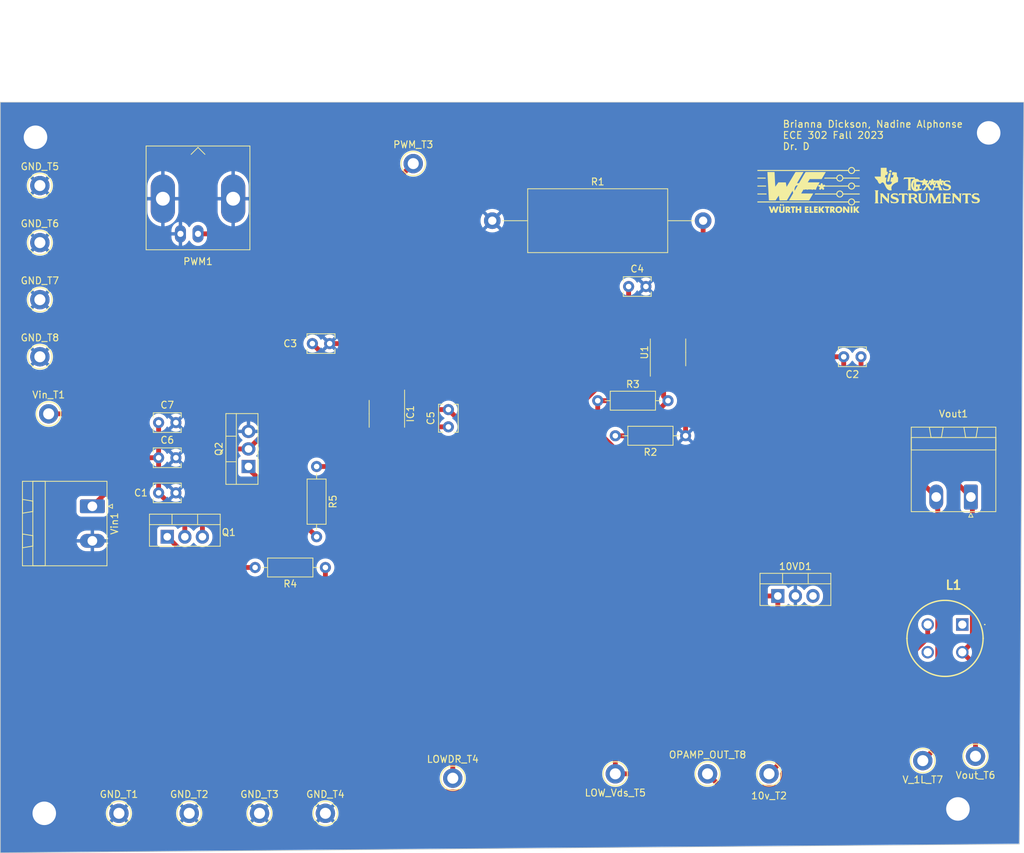
<source format=kicad_pcb>
(kicad_pcb (version 20221018) (generator pcbnew)
  (layers (0 "F.Cu" signal) (31 "B.Cu" signal) (34 "B.Paste" user) (35 "F.Paste" user) (36 "B.SilkS" user "B.Silkscreen") (37 "F.SilkS" user "F.Silkscreen") (38 "B.Mask" user) (39 "F.Mask" user) (44 "Edge.Cuts" user))
  (net 0 "")
  (net 1 "10V")
  (net 2 "GND")
  (net 3 "Vin+")
  (net 4 "Vout+")
  (net 5 "Vout-")
  (net 6 "1DV")
  (net 7 "BOOT")
  (net 8 "SW")
  (net 9 "PWM")
  (net 10 "LOWDR")
  (net 11 "HIGHDR")
  (net 14 "OPAMP_OUT")
  (net 15 "Net-(Q1-G)")
  (net 16 "Net-(Q2-G)")
  (net 17 "Net-(U1A--)")
  (footprint "TestPoint:TestPoint_Keystone_5010-5014_Multipurpose" (layer "F.Cu") (at 123.825 109.22 180)
    (fp_text reference "10v_T2" (at 0 -3.175) (layer "F.SilkS"))
    (fp_text value "TestPoint")
    (pad "1" thru_hole circle (at 0 0 180) (size 2.8 2.8) (drill 1.6) (layers "*.Cu" "*.Mask") (net 1 "10V"))
  )
  (footprint "TestPoint:TestPoint_Keystone_5010-5014_Multipurpose" (layer "F.Cu") (at 18.415 40.64)
    (fp_text reference "GND_T7" (at 0 -2.75) (layer "F.SilkS"))
    (fp_text value "TestPoint")
    (pad "1" thru_hole circle (at 0 0) (size 2.8 2.8) (drill 1.6) (layers "*.Cu" "*.Mask") (net 2 "GND"))
  )
  (footprint "Capacitor_THT:C_Disc_D3.8mm_W2.6mm_P2.50mm" (layer "F.Cu") (at 77.47 59.035 90)
    (fp_text reference "C5" (at 1.25 -2.55 90) (layer "F.SilkS"))
    (fp_text value "1u")
    (pad "1" thru_hole circle (at 0 0 90) (size 1.6 1.6) (drill 0.8) (layers "*.Cu" "*.Mask") (net 7 "BOOT"))
    (pad "2" thru_hole circle (at 2.5 0 90) (size 1.6 1.6) (drill 0.8) (layers "*.Cu" "*.Mask") (net 8 "SW"))
  )
  (footprint "TestPoint:TestPoint_Keystone_5010-5014_Multipurpose" (layer "F.Cu") (at 18.415 24.13)
    (fp_text reference "GND_T5" (at 0 -2.75) (layer "F.SilkS"))
    (fp_text value "TestPoint")
    (pad "1" thru_hole circle (at 0 0) (size 2.8 2.8) (drill 1.6) (layers "*.Cu" "*.Mask") (net 2 "GND"))
  )
  (footprint "logos:TI" (layer "F.Cu") (at 146.685 24.13)
    (fp_text reference "G***" (at 0 0) (layer "F.SilkS") (effects (font (size 1.5 1.5) (thickness 0.3))))
    (fp_text value "LOGO" hide)
  )
  (footprint "Resistor_THT:R_Axial_DIN0207_L6.3mm_D2.5mm_P10.16mm_Horizontal" (layer "F.Cu") (at 99.06 55.245)
    (fp_text reference "R3" (at 5.08 -2.37) (layer "F.SilkS"))
    (fp_text value "20k")
    (pad "1" thru_hole circle (at 0 0) (size 1.6 1.6) (drill 0.8) (layers "*.Cu" "*.Mask") (net 14 "OPAMP_OUT"))
    (pad "2" thru_hole oval (at 10.16 0) (size 1.6 1.6) (drill 0.8) (layers "*.Cu" "*.Mask") (net 17 "Net-(U1A--)"))
  )
  (footprint "Connector_Phoenix_MSTB:PhoenixContact_MSTBA_2,5_2-G_1x02_P5.00mm_Horizontal" (layer "F.Cu") (at 152.995 69.1825 180)
    (fp_text reference "Vout1" (at 2.5 12.0325) (layer "F.SilkS"))
    (fp_text value "Screw_Terminal_01x02")
    (pad "1" thru_hole roundrect (at 0 0 180) (size 2 3.6) (drill 1.4) (layers "*.Cu" "*.Mask") (roundrect_rratio 0.125) (net 4 "Vout+"))
    (pad "2" thru_hole oval (at 5 0 180) (size 2 3.6) (drill 1.4) (layers "*.Cu" "*.Mask") (net 5 "Vout-"))
  )
  (footprint "TestPoint:TestPoint_Keystone_5010-5014_Multipurpose" (layer "F.Cu") (at 19.685 57.15)
    (fp_text reference "Vin_T1" (at 0 -2.75) (layer "F.SilkS"))
    (fp_text value "TestPoint")
    (pad "1" thru_hole circle (at 0 0) (size 2.8 2.8) (drill 1.6) (layers "*.Cu" "*.Mask") (net 3 "Vin+"))
  )
  (footprint "Connector_Phoenix_MSTB:PhoenixContact_MSTBA_2,5_2-G_1x02_P5.00mm_Horizontal" (layer "F.Cu") (at 26.0025 70.525 -90)
    (fp_text reference "Vin1" (at 2.5 -3.2 90) (layer "F.SilkS"))
    (fp_text value "Screw_Terminal_01x02")
    (pad "1" thru_hole roundrect (at 0 0 270) (size 2 3.6) (drill 1.4) (layers "*.Cu" "*.Mask") (roundrect_rratio 0.125) (net 3 "Vin+"))
    (pad "2" thru_hole oval (at 5 0 270) (size 2 3.6) (drill 1.4) (layers "*.Cu" "*.Mask") (net 2 "GND"))
  )
  (footprint "Package_TO_SOT_THT:TO-220-3_Vertical" (layer "F.Cu") (at 125.095 83.495)
    (fp_text reference "10VD1" (at 2.54 -4.27) (layer "F.SilkS"))
    (fp_text value "Screw_Terminal_01x02")
    (pad "1" thru_hole rect (at 0 0) (size 1.905 2) (drill 1.1) (layers "*.Cu" "*.Mask") (net 1 "10V"))
    (pad "2" thru_hole oval (at 2.54 0) (size 1.905 2) (drill 1.1) (layers "*.Cu" "*.Mask") (net 2 "GND"))
    (pad "3" thru_hole oval (at 5.08 0) (size 1.905 2) (drill 1.1) (layers "*.Cu" "*.Mask"))
  )
  (footprint "Capacitor_THT:C_Disc_D3.8mm_W2.6mm_P2.50mm" (layer "F.Cu") (at 60.305 46.99 180)
    (fp_text reference "C3" (at 5.695 0) (layer "F.SilkS"))
    (fp_text value "1u")
    (pad "1" thru_hole circle (at 0 0 180) (size 1.6 1.6) (drill 0.8) (layers "*.Cu" "*.Mask") (net 2 "GND"))
    (pad "2" thru_hole circle (at 2.5 0 180) (size 1.6 1.6) (drill 0.8) (layers "*.Cu" "*.Mask") (net 6 "1DV"))
  )
  (footprint "Resistor_THT:R_Axial_DIN0207_L6.3mm_D2.5mm_P10.16mm_Horizontal" (layer "F.Cu") (at 111.76 60.325 180)
    (fp_text reference "R2" (at 5.08 -2.37) (layer "F.SilkS"))
    (fp_text value "5k")
    (pad "1" thru_hole circle (at 0 0 180) (size 1.6 1.6) (drill 0.8) (layers "*.Cu" "*.Mask") (net 2 "GND"))
    (pad "2" thru_hole oval (at 10.16 0 180) (size 1.6 1.6) (drill 0.8) (layers "*.Cu" "*.Mask") (net 17 "Net-(U1A--)"))
  )
  (footprint "Capacitor_THT:C_Disc_D3.8mm_W2.6mm_P2.50mm" (layer "F.Cu") (at 35.58 63.5)
    (fp_text reference "C6" (at 1.25 -2.55) (layer "F.SilkS"))
    (fp_text value "10u")
    (pad "1" thru_hole circle (at 0 0) (size 1.6 1.6) (drill 0.8) (layers "*.Cu" "*.Mask") (net 3 "Vin+"))
    (pad "2" thru_hole circle (at 2.5 0) (size 1.6 1.6) (drill 0.8) (layers "*.Cu" "*.Mask") (net 2 "GND"))
  )
  (footprint "TestPoint:TestPoint_Keystone_5010-5014_Multipurpose" (layer "F.Cu") (at 153.67 106.68 180)
    (fp_text reference "Vout_T6" (at 0 -2.75) (layer "F.SilkS"))
    (fp_text value "TestPoint")
    (pad "1" thru_hole circle (at 0 0 180) (size 2.8 2.8) (drill 1.6) (layers "*.Cu" "*.Mask") (net 4 "Vout+"))
  )
  (footprint "TestPoint:TestPoint_Keystone_5010-5014_Multipurpose" (layer "F.Cu") (at 146.05 107.315 180)
    (fp_text reference "V_1L_T7" (at 0 -2.75) (layer "F.SilkS"))
    (fp_text value "TestPoint")
    (pad "1" thru_hole circle (at 0 0 180) (size 2.8 2.8) (drill 1.6) (layers "*.Cu" "*.Mask") (net 5 "Vout-"))
  )
  (footprint "logos:WURTH(fits)" (layer "F.Cu") (at 129.54 24.765)
    (fp_text reference "G***" (at 0 0) (layer "F.SilkS") (effects (font (size 1.5 1.5) (thickness 0.3))))
    (fp_text value "LOGO" hide)
  )
  (footprint "TestPoint:TestPoint_Keystone_5010-5014_Multipurpose" (layer "F.Cu") (at 40.005 114.935)
    (fp_text reference "GND_T2" (at 0 -2.75) (layer "F.SilkS"))
    (fp_text value "TestPoint")
    (pad "1" thru_hole circle (at 0 0) (size 2.8 2.8) (drill 1.6) (layers "*.Cu" "*.Mask") (net 2 "GND"))
  )
  (footprint "TestPoint:TestPoint_Keystone_5010-5014_Multipurpose" (layer "F.Cu") (at 101.6 109.22 180)
    (fp_text reference "LOW_Vds_T5" (at 0 -2.75) (layer "F.SilkS"))
    (fp_text value "TestPoint")
    (pad "1" thru_hole circle (at 0 0 180) (size 2.8 2.8) (drill 1.6) (layers "*.Cu" "*.Mask") (net 8 "SW"))
  )
  (footprint "Resistor_THT:R_Axial_DIN0207_L6.3mm_D2.5mm_P10.16mm_Horizontal" (layer "F.Cu") (at 58.42 64.77 -90)
    (fp_text reference "R5" (at 5.08 -2.37 90) (layer "F.SilkS"))
    (fp_text value "100")
    (pad "1" thru_hole circle (at 0 0 270) (size 1.6 1.6) (drill 0.8) (layers "*.Cu" "*.Mask") (net 10 "LOWDR"))
    (pad "2" thru_hole oval (at 10.16 0 270) (size 1.6 1.6) (drill 0.8) (layers "*.Cu" "*.Mask") (net 16 "Net-(Q2-G)"))
  )
  (footprint "Capacitor_THT:C_Disc_D3.8mm_W2.6mm_P2.50mm" (layer "F.Cu") (at 137.12 48.895 180)
    (fp_text reference "C2" (at 1.25 -2.55) (layer "F.SilkS"))
    (fp_text value "1u")
    (pad "1" thru_hole circle (at 0 0 180) (size 1.6 1.6) (drill 0.8) (layers "*.Cu" "*.Mask") (net 4 "Vout+"))
    (pad "2" thru_hole circle (at 2.5 0 180) (size 1.6 1.6) (drill 0.8) (layers "*.Cu" "*.Mask") (net 5 "Vout-"))
  )
  (footprint "Resistor_THT:R_Axial_DIN0922_L20.0mm_D9.0mm_P30.48mm_Horizontal" (layer "F.Cu") (at 83.815 29.21)
    (fp_text reference "R1" (at 15.24 -5.62) (layer "F.SilkS"))
    (fp_text value ".5")
    (pad "1" thru_hole circle (at 0 0) (size 2.4 2.4) (drill 1.2) (layers "*.Cu" "*.Mask") (net 2 "GND"))
    (pad "2" thru_hole oval (at 30.48 0) (size 2.4 2.4) (drill 1.2) (layers "*.Cu" "*.Mask") (net 5 "Vout-"))
  )
  (footprint "Capacitor_THT:C_Disc_D3.8mm_W2.6mm_P2.50mm" (layer "F.Cu") (at 35.58 58.42)
    (fp_text reference "C7" (at 1.25 -2.55) (layer "F.SilkS"))
    (fp_text value "10u")
    (pad "1" thru_hole circle (at 0 0) (size 1.6 1.6) (drill 0.8) (layers "*.Cu" "*.Mask") (net 3 "Vin+"))
    (pad "2" thru_hole circle (at 2.5 0) (size 1.6 1.6) (drill 0.8) (layers "*.Cu" "*.Mask") (net 2 "GND"))
  )
  (footprint "TestPoint:TestPoint_Keystone_5010-5014_Multipurpose" (layer "F.Cu") (at 72.39 20.955)
    (fp_text reference "PWM_T3" (at 0 -2.75) (layer "F.SilkS"))
    (fp_text value "TestPoint")
    (pad "1" thru_hole circle (at 0 0) (size 2.8 2.8) (drill 1.6) (layers "*.Cu" "*.Mask") (net 9 "PWM"))
  )
  (footprint "Connector_Coaxial:BNC_Amphenol_B6252HB-NPP3G-50_Horizontal" (layer "F.Cu") (at 41.275 31.115)
    (fp_text reference "PWM1" (at 0 4) (layer "F.SilkS"))
    (fp_text value "Conn_Coaxial")
    (pad "1" thru_hole oval (at 0 0) (size 1.6 2.5) (drill 0.89) (layers "*.Cu" "*.Mask") (net 9 "PWM"))
    (pad "2" thru_hole oval (at -5.08 -5.08) (size 3.5 7) (drill 2.01) (layers "*.Cu" "*.Mask") (net 2 "GND"))
    (pad "2" thru_hole oval (at -2.54 0) (size 1.6 2.5) (drill 0.89) (layers "*.Cu" "*.Mask") (net 2 "GND"))
    (pad "2" thru_hole oval (at 5.08 -5.08) (size 3.5 7) (drill 2.01) (layers "*.Cu" "*.Mask") (net 2 "GND"))
  )
  (footprint "Capacitor_THT:C_Disc_D3.8mm_W2.6mm_P2.50mm" (layer "F.Cu") (at 38.08 68.58 180)
    (fp_text reference "C1" (at 5.06 0) (layer "F.SilkS"))
    (fp_text value "10u")
    (pad "1" thru_hole circle (at 0 0 180) (size 1.6 1.6) (drill 0.8) (layers "*.Cu" "*.Mask") (net 2 "GND"))
    (pad "2" thru_hole circle (at 2.5 0 180) (size 1.6 1.6) (drill 0.8) (layers "*.Cu" "*.Mask") (net 3 "Vin+"))
  )
  (footprint "Package_SO:SO-8_3.9x4.9mm_P1.27mm" (layer "F.Cu") (at 109.22 48.26 90)
    (fp_text reference "U1" (at 0 -3.4 90) (layer "F.SilkS"))
    (fp_text value "TLV2372")
    (pad "1" smd roundrect (at -2.575 -1.905 90) (size 1.75 0.6) (layers "F.Cu" "F.Paste" "F.Mask") (net 14 "OPAMP_OUT"))
    (pad "2" smd roundrect (at -2.575 -0.635 90) (size 1.75 0.6) (layers "F.Cu" "F.Paste" "F.Mask") (net 17 "Net-(U1A--)"))
    (pad "3" smd roundrect (at -2.575 0.635 90) (size 1.75 0.6) (layers "F.Cu" "F.Paste" "F.Mask") (net 5 "Vout-"))
    (pad "4" smd roundrect (at -2.575 1.905 90) (size 1.75 0.6) (layers "F.Cu" "F.Paste" "F.Mask") (net 2 "GND"))
    (pad "5" smd roundrect (at 2.575 1.905 90) (size 1.75 0.6) (layers "F.Cu" "F.Paste" "F.Mask"))
    (pad "6" smd roundrect (at 2.575 0.635 90) (size 1.75 0.6) (layers "F.Cu" "F.Paste" "F.Mask"))
    (pad "7" smd roundrect (at 2.575 -0.635 90) (size 1.75 0.6) (layers "F.Cu" "F.Paste" "F.Mask"))
    (pad "8" smd roundrect (at 2.575 -1.905 90) (size 1.75 0.6) (layers "F.Cu" "F.Paste" "F.Mask") (net 1 "10V"))
  )
  (footprint "TestPoint:TestPoint_Keystone_5010-5014_Multipurpose" (layer "F.Cu") (at 78.105 109.855)
    (fp_text reference "LOWDR_T4" (at 0 -2.75) (layer "F.SilkS"))
    (fp_text value "TestPoint")
    (pad "1" thru_hole circle (at 0 0) (size 2.8 2.8) (drill 1.6) (layers "*.Cu" "*.Mask") (net 10 "LOWDR"))
  )
  (footprint "Capacitor_THT:C_Disc_D3.8mm_W2.6mm_P2.50mm" (layer "F.Cu") (at 103.525 38.735)
    (fp_text reference "C4" (at 1.25 -2.55) (layer "F.SilkS"))
    (fp_text value "1u")
    (pad "1" thru_hole circle (at 0 0) (size 1.6 1.6) (drill 0.8) (layers "*.Cu" "*.Mask") (net 1 "10V"))
    (pad "2" thru_hole circle (at 2.5 0) (size 1.6 1.6) (drill 0.8) (layers "*.Cu" "*.Mask") (net 2 "GND"))
  )
  (footprint "Buck-parts:7447231101" (layer "F.Cu") (at 151.765 87.63 180)
    (fp_text reference "L1" (at 1.27 5.715) (layer "F.SilkS") (effects (font (size 1.27 1.27) (thickness 0.254))))
    (fp_text value "7447231101" hide)
    (pad "1" thru_hole rect (at 0 0 180) (size 1.8 1.8) (drill 1.2) (layers "*.Cu" "*.Mask"))
    (pad "2" thru_hole circle (at 5 0 180) (size 1.8 1.8) (drill 1.2) (layers "*.Cu" "*.Mask") (net 8 "SW"))
    (pad "3" thru_hole circle (at 0 -4 180) (size 1.8 1.8) (drill 1.2) (layers "*.Cu" "*.Mask") (net 4 "Vout+"))
    (pad "4" thru_hole circle (at 5 -4 180) (size 1.8 1.8) (drill 1.2) (layers "*.Cu" "*.Mask"))
  )
  (footprint "TestPoint:TestPoint_Keystone_5010-5014_Multipurpose" (layer "F.Cu") (at 114.935 109.22)
    (fp_text reference "OPAMP_OUT_T8" (at 0 -2.75) (layer "F.SilkS"))
    (fp_text value "TestPoint")
    (pad "1" thru_hole circle (at 0 0) (size 2.8 2.8) (drill 1.6) (layers "*.Cu" "*.Mask") (net 14 "OPAMP_OUT"))
  )
  (footprint "Resistor_THT:R_Axial_DIN0207_L6.3mm_D2.5mm_P10.16mm_Horizontal" (layer "F.Cu") (at 59.69 79.375 180)
    (fp_text reference "R4" (at 5.08 -2.37) (layer "F.SilkS"))
    (fp_text value "100")
    (pad "1" thru_hole circle (at 0 0 180) (size 1.6 1.6) (drill 0.8) (layers "*.Cu" "*.Mask") (net 11 "HIGHDR"))
    (pad "2" thru_hole oval (at 10.16 0 180) (size 1.6 1.6) (drill 0.8) (layers "*.Cu" "*.Mask") (net 15 "Net-(Q1-G)"))
  )
  (footprint "TestPoint:TestPoint_Keystone_5010-5014_Multipurpose" (layer "F.Cu") (at 29.845 114.935)
    (fp_text reference "GND_T1" (at 0 -2.75) (layer "F.SilkS"))
    (fp_text value "TestPoint")
    (pad "1" thru_hole circle (at 0 0) (size 2.8 2.8) (drill 1.6) (layers "*.Cu" "*.Mask") (net 2 "GND"))
  )
  (footprint "Package_TO_SOT_THT:TO-220-3_Vertical" (layer "F.Cu") (at 48.57 64.77 90)
    (fp_text reference "Q2" (at 2.54 -4.27 90) (layer "F.SilkS"))
    (fp_text value "CSD18534KCS")
    (pad "1" thru_hole rect (at 0 0 90) (size 1.905 2) (drill 1.1) (layers "*.Cu" "*.Mask") (net 16 "Net-(Q2-G)"))
    (pad "2" thru_hole oval (at 2.54 0 90) (size 1.905 2) (drill 1.1) (layers "*.Cu" "*.Mask") (net 8 "SW"))
    (pad "3" thru_hole oval (at 5.08 0 90) (size 1.905 2) (drill 1.1) (layers "*.Cu" "*.Mask") (net 2 "GND"))
  )
  (footprint "TestPoint:TestPoint_Keystone_5010-5014_Multipurpose" (layer "F.Cu") (at 59.69 114.935)
    (fp_text reference "GND_T4" (at 0 -2.75) (layer "F.SilkS"))
    (fp_text value "TestPoint")
    (pad "1" thru_hole circle (at 0 0) (size 2.8 2.8) (drill 1.6) (layers "*.Cu" "*.Mask") (net 2 "GND"))
  )
  (footprint "Package_TO_SOT_THT:TO-220-3_Vertical" (layer "F.Cu") (at 36.83 74.93)
    (fp_text reference "Q1" (at 8.89 -0.635) (layer "F.SilkS"))
    (fp_text value "CSD18534KCS")
    (pad "1" thru_hole rect (at 0 0) (size 1.905 2) (drill 1.1) (layers "*.Cu" "*.Mask") (net 15 "Net-(Q1-G)"))
    (pad "2" thru_hole oval (at 2.54 0) (size 1.905 2) (drill 1.1) (layers "*.Cu" "*.Mask") (net 3 "Vin+"))
    (pad "3" thru_hole oval (at 5.08 0) (size 1.905 2) (drill 1.1) (layers "*.Cu" "*.Mask") (net 8 "SW"))
  )
  (footprint "Package_SO:SO-8_3.9x4.9mm_P1.27mm" (layer "F.Cu") (at 68.58 57.15 -90)
    (fp_text reference "IC1" (at 0 -3.4 90) (layer "F.SilkS"))
    (fp_text value "TPS2832D")
    (pad "1" smd roundrect (at -2.575 -1.905 270) (size 1.75 0.6) (layers "F.Cu" "F.Paste" "F.Mask") (net 9 "PWM"))
    (pad "2" smd roundrect (at -2.575 -0.635 270) (size 1.75 0.6) (layers "F.Cu" "F.Paste" "F.Mask") (net 2 "GND"))
    (pad "3" smd roundrect (at -2.575 0.635 270) (size 1.75 0.6) (layers "F.Cu" "F.Paste" "F.Mask") (net 8 "SW"))
    (pad "4" smd roundrect (at -2.575 1.905 270) (size 1.75 0.6) (layers "F.Cu" "F.Paste" "F.Mask") (net 6 "1DV"))
    (pad "5" smd roundrect (at 2.575 1.905 270) (size 1.75 0.6) (layers "F.Cu" "F.Paste" "F.Mask") (net 10 "LOWDR"))
    (pad "6" smd roundrect (at 2.575 0.635 270) (size 1.75 0.6) (layers "F.Cu" "F.Paste" "F.Mask") (net 8 "SW"))
    (pad "7" smd roundrect (at 2.575 -0.635 270) (size 1.75 0.6) (layers "F.Cu" "F.Paste" "F.Mask") (net 11 "HIGHDR"))
    (pad "8" smd roundrect (at 2.575 -1.905 270) (size 1.75 0.6) (layers "F.Cu" "F.Paste" "F.Mask") (net 7 "BOOT"))
  )
  (footprint "TestPoint:TestPoint_Keystone_5010-5014_Multipurpose" (layer "F.Cu") (at 18.415 32.385)
    (fp_text reference "GND_T6" (at 0 -2.75) (layer "F.SilkS"))
    (fp_text value "TestPoint")
    (pad "1" thru_hole circle (at 0 0) (size 2.8 2.8) (drill 1.6) (layers "*.Cu" "*.Mask") (net 2 "GND"))
  )
  (footprint "TestPoint:TestPoint_Keystone_5010-5014_Multipurpose" (layer "F.Cu") (at 50.165 114.935)
    (fp_text reference "GND_T3" (at 0 -2.75) (layer "F.SilkS"))
    (fp_text value "TestPoint")
    (pad "1" thru_hole circle (at 0 0) (size 2.8 2.8) (drill 1.6) (layers "*.Cu" "*.Mask") (net 2 "GND"))
  )
  (footprint "TestPoint:TestPoint_Keystone_5010-5014_Multipurpose" (layer "F.Cu") (at 18.415 48.895)
    (fp_text reference "GND_T8" (at 0 -2.75) (layer "F.SilkS"))
    (fp_text value "TestPoint")
    (pad "1" thru_hole circle (at 0 0) (size 2.8 2.8) (drill 1.6) (layers "*.Cu" "*.Mask") (net 2 "GND"))
  )
  (gr_poly (pts (xy 12.7 120.65) (xy 160.02 119.38) (xy 160.655 12.065) (xy 12.7 12.065)) (stroke (width 0.1)) (fill none) (layer "Edge.Cuts"))
  (gr_text "Brianna Dickson, Nadine Alphonse\nECE 302 Fall 2023\nDr. D" (at 125.73 19.05) (layer "F.SilkS") (effects (font (size 1 1)) (justify left bottom)))
  (segment (start 106.710811 45.685) (end 96.52 55.875811) (width 0.7) (layer "F.Cu") (net 1))
  (segment (start 103.525 38.735) (end 103.525 41.895) (width 0.7) (layer "F.Cu") (net 1))
  (segment (start 103.525 41.895) (end 107.315 45.685) (width 0.7) (layer "F.Cu") (net 1))
  (segment (start 96.52 55.875811) (end 96.52 59.69) (width 0.7) (layer "F.Cu") (net 1))
  (segment (start 107.315 45.685) (end 106.710811 45.685) (width 0.7) (layer "F.Cu") (net 1))
  (segment (start 120.325 83.495) (end 125.095 83.495) (width 0.7) (layer "F.Cu") (net 1))
  (segment (start 125.095 83.495) (end 125.095 107.95) (width 0.7) (layer "F.Cu") (net 1))
  (segment (start 96.52 59.69) (end 120.325 83.495) (width 0.7) (layer "F.Cu") (net 1))
  (segment (start 125.095 107.95) (end 123.825 109.22) (width 0.7) (layer "F.Cu") (net 1))
  (segment (start 111.76 60.325) (end 111.76 51.47) (width 0.7) (layer "F.Cu") (net 2))
  (segment (start 62.224949 46.99) (end 60.305 46.99) (width 0.7) (layer "F.Cu") (net 2))
  (segment (start 111.76 51.47) (end 111.125 50.835) (width 0.7) (layer "F.Cu") (net 2))
  (segment (start 69.215 54.575) (end 69.215 53.980051) (width 0.7) (layer "F.Cu") (net 2))
  (segment (start 69.215 53.980051) (end 62.224949 46.99) (width 0.7) (layer "F.Cu") (net 2))
  (via (at 151.13 114.3) (size 3.8) (drill 3.4) (layers "F.Cu" "B.Cu") (net 2))
  (via (at 19.05 114.935) (size 3.8) (drill 3.4) (layers "F.Cu" "B.Cu") (net 2))
  (via (at 17.78 17.145) (size 3.8) (drill 3.4) (layers "F.Cu" "B.Cu") (net 2))
  (via (at 155.575 16.51) (size 3.8) (drill 3.4) (layers "F.Cu" "B.Cu") (net 2))
  (segment (start 39.37 74.93) (end 39.37 72.37) (width 0.7) (layer "F.Cu") (net 3))
  (segment (start 39.37 72.37) (end 35.58 68.58) (width 0.7) (layer "F.Cu") (net 3))
  (segment (start 26.0025 70.525) (end 32.3925 64.135) (width 0.7) (layer "F.Cu") (net 3))
  (segment (start 25.4075 57.15) (end 32.3925 64.135) (width 0.7) (layer "F.Cu") (net 3))
  (segment (start 35.58 63.5) (end 33.0275 63.5) (width 0.7) (layer "F.Cu") (net 3))
  (segment (start 35.58 68.58) (end 35.58 63.5) (width 0.7) (layer "F.Cu") (net 3))
  (segment (start 19.685 57.15) (end 25.4075 57.15) (width 0.7) (layer "F.Cu") (net 3))
  (segment (start 33.0275 63.5) (end 32.3925 64.135) (width 0.7) (layer "F.Cu") (net 3))
  (segment (start 35.58 63.5) (end 35.58 58.42) (width 0.7) (layer "F.Cu") (net 3))
  (segment (start 153.67 93.535) (end 151.765 91.63) (width 0.7) (layer "F.Cu") (net 4))
  (segment (start 137.12 53.3075) (end 137.12 48.895) (width 0.7) (layer "F.Cu") (net 4))
  (segment (start 153.215 90.18) (end 153.215 69.4025) (width 0.7) (layer "F.Cu") (net 4))
  (segment (start 153.67 106.68) (end 153.67 93.535) (width 0.7) (layer "F.Cu") (net 4))
  (segment (start 151.765 91.63) (end 153.215 90.18) (width 0.7) (layer "F.Cu") (net 4))
  (segment (start 153.215 69.4025) (end 152.995 69.1825) (width 0.7) (layer "F.Cu") (net 4))
  (segment (start 152.995 69.1825) (end 137.12 53.3075) (width 0.7) (layer "F.Cu") (net 4))
  (segment (start 114.295 45.800051) (end 117.389949 48.895) (width 0.7) (layer "F.Cu") (net 5))
  (segment (start 109.855 50.835) (end 109.855 50.240051) (width 0.7) (layer "F.Cu") (net 5))
  (segment (start 109.855 50.240051) (end 114.295 45.800051) (width 0.7) (layer "F.Cu") (net 5))
  (segment (start 114.295 29.21) (end 114.295 45.800051) (width 0.7) (layer "F.Cu") (net 5))
  (segment (start 117.389949 48.895) (end 134.62 48.895) (width 0.7) (layer "F.Cu") (net 5))
  (segment (start 148.215 69.4025) (end 147.995 69.1825) (width 0.7) (layer "F.Cu") (net 5))
  (segment (start 134.62 55.8075) (end 147.995 69.1825) (width 0.7) (layer "F.Cu") (net 5))
  (segment (start 148.215 105.15) (end 148.215 69.4025) (width 0.7) (layer "F.Cu") (net 5))
  (segment (start 134.62 48.895) (end 134.62 55.8075) (width 0.7) (layer "F.Cu") (net 5))
  (segment (start 146.05 107.315) (end 148.215 105.15) (width 0.7) (layer "F.Cu") (net 5))
  (segment (start 65.39 54.575) (end 57.805 46.99) (width 0.7) (layer "F.Cu") (net 6))
  (segment (start 66.675 54.575) (end 65.39 54.575) (width 0.7) (layer "F.Cu") (net 6))
  (segment (start 71.175 59.035) (end 77.47 59.035) (width 0.7) (layer "F.Cu") (net 7))
  (segment (start 70.485 59.725) (end 71.175 59.035) (width 0.7) (layer "F.Cu") (net 7))
  (segment (start 101.6 109.22) (end 104.14 109.22) (width 0.7) (layer "F.Cu") (net 8))
  (segment (start 101.6 92.055) (end 101.6 109.22) (width 0.7) (layer "F.Cu") (net 8))
  (segment (start 104.14 109.22) (end 111.125 116.205) (width 0.7) (layer "F.Cu") (net 8))
  (segment (start 53.65 57.15) (end 48.57 62.23) (width 0.7) (layer "F.Cu") (net 8))
  (segment (start 67.945 54.575) (end 67.945 57.15) (width 0.7) (layer "F.Cu") (net 8))
  (segment (start 133.35 102.99439) (end 146.765 89.57939) (width 0.7) (layer "F.Cu") (net 8))
  (segment (start 111.125 116.205) (end 132.715 116.205) (width 0.7) (layer "F.Cu") (net 8))
  (segment (start 41.91 67.19) (end 46.87 62.23) (width 0.7) (layer "F.Cu") (net 8))
  (segment (start 67.945 57.15) (end 68.56 56.535) (width 0.7) (layer "F.Cu") (net 8))
  (segment (start 46.87 62.23) (end 48.57 62.23) (width 0.7) (layer "F.Cu") (net 8))
  (segment (start 77.47 56.535) (end 107.295 86.36) (width 0.7) (layer "F.Cu") (net 8))
  (segment (start 67.945 57.15) (end 53.65 57.15) (width 0.7) (layer "F.Cu") (net 8))
  (segment (start 41.91 74.93) (end 41.91 67.19) (width 0.7) (layer "F.Cu") (net 8))
  (segment (start 132.715 116.205) (end 133.35 115.57) (width 0.7) (layer "F.Cu") (net 8))
  (segment (start 146.765 89.57939) (end 146.765 87.63) (width 0.7) (layer "F.Cu") (net 8))
  (segment (start 67.945 57.15) (end 67.945 59.725) (width 0.7) (layer "F.Cu") (net 8))
  (segment (start 133.35 115.57) (end 133.35 102.99439) (width 0.7) (layer "F.Cu") (net 8))
  (segment (start 107.295 86.36) (end 101.6 92.055) (width 0.7) (layer "F.Cu") (net 8))
  (segment (start 68.56 56.535) (end 77.47 56.535) (width 0.7) (layer "F.Cu") (net 8))
  (segment (start 41.275 31.115) (end 62.23 31.115) (width 0.7) (layer "F.Cu") (net 9))
  (segment (start 62.23 31.115) (end 72.39 20.955) (width 0.7) (layer "F.Cu") (net 9))
  (segment (start 70.485 54.575) (end 70.485 39.37) (width 0.7) (layer "F.Cu") (net 9))
  (segment (start 70.485 39.37) (end 62.23 31.115) (width 0.7) (layer "F.Cu") (net 9))
  (segment (start 58.42 64.77) (end 61.63 64.77) (width 0.7) (layer "F.Cu") (net 10))
  (segment (start 78.105 81.245) (end 78.105 109.855) (width 0.7) (layer "F.Cu") (net 10))
  (segment (start 61.63 64.77) (end 78.105 81.245) (width 0.7) (layer "F.Cu") (net 10))
  (segment (start 61.63 64.77) (end 66.675 59.725) (width 0.7) (layer "F.Cu") (net 10))
  (segment (start 69.215 71.082208) (end 88.9 90.767208) (width 0.7) (layer "F.Cu") (net 11))
  (segment (start 86.315 111.805) (end 76.88 111.805) (width 0.7) (layer "F.Cu") (net 11))
  (segment (start 59.69 94.615) (end 59.69 79.375) (width 0.7) (layer "F.Cu") (net 11))
  (segment (start 88.9 90.767208) (end 88.9 109.22) (width 0.7) (layer "F.Cu") (net 11))
  (segment (start 88.9 109.22) (end 86.315 111.805) (width 0.7) (layer "F.Cu") (net 11))
  (segment (start 69.215 59.725) (end 69.215 71.082208) (width 0.7) (layer "F.Cu") (net 11))
  (segment (start 76.88 111.805) (end 59.69 94.615) (width 0.7) (layer "F.Cu") (net 11))
  (segment (start 125.05 111.17) (end 116.885 111.17) (width 0.7) (layer "F.Cu") (net 14))
  (segment (start 125.775 110.445) (end 125.05 111.17) (width 0.7) (layer "F.Cu") (net 14))
  (segment (start 116.200811 76.835) (end 137.16 76.835) (width 0.7) (layer "F.Cu") (net 14))
  (segment (start 116.885 111.17) (end 114.935 109.22) (width 0.7) (layer "F.Cu") (net 14))
  (segment (start 99.06 55.245) (end 99.06 59.694189) (width 0.7) (layer "F.Cu") (net 14))
  (segment (start 99.06 59.694189) (end 116.200811 76.835) (width 0.7) (layer "F.Cu") (net 14))
  (segment (start 102.905 55.245) (end 99.06 55.245) (width 0.7) (layer "F.Cu") (net 14))
  (segment (start 137.16 97.79) (end 125.775 109.175) (width 0.7) (layer "F.Cu") (net 14))
  (segment (start 107.315 50.835) (end 102.905 55.245) (width 0.7) (layer "F.Cu") (net 14))
  (segment (start 137.16 76.835) (end 137.16 97.79) (width 0.7) (layer "F.Cu") (net 14))
  (segment (start 125.775 109.175) (end 125.775 110.445) (width 0.7) (layer "F.Cu") (net 14))
  (segment (start 49.53 79.375) (end 41.275 79.375) (width 0.7) (layer "F.Cu") (net 15))
  (segment (start 41.275 79.375) (end 36.83 74.93) (width 0.7) (layer "F.Cu") (net 15))
  (segment (start 48.57 65.08) (end 58.42 74.93) (width 0.7) (layer "F.Cu") (net 16))
  (segment (start 48.57 64.77) (end 48.57 65.08) (width 0.7) (layer "F.Cu") (net 16))
  (segment (start 108.585 54.61) (end 109.22 55.245) (width 0.7) (layer "F.Cu") (net 17))
  (segment (start 101.6 60.325) (end 104.14 60.325) (width 0.7) (layer "F.Cu") (net 17))
  (segment (start 104.14 60.325) (end 109.22 55.245) (width 0.7) (layer "F.Cu") (net 17))
  (segment (start 108.585 50.835) (end 108.585 54.61) (width 0.7) (layer "F.Cu") (net 17))
  (zone (net 2) (net_name "GND") (layer "B.Cu") (connect_pads (clearance 0.5)) (min_thickness 0.25) (fill yes (thermal_gap 0.5) (thermal_bridge_width 0.5))
    (polygon (pts (xy 12.7 12.065) (xy 12.7 120.65) (xy 160.02 119.38) (xy 160.655 12.065)))
  )
)
</source>
